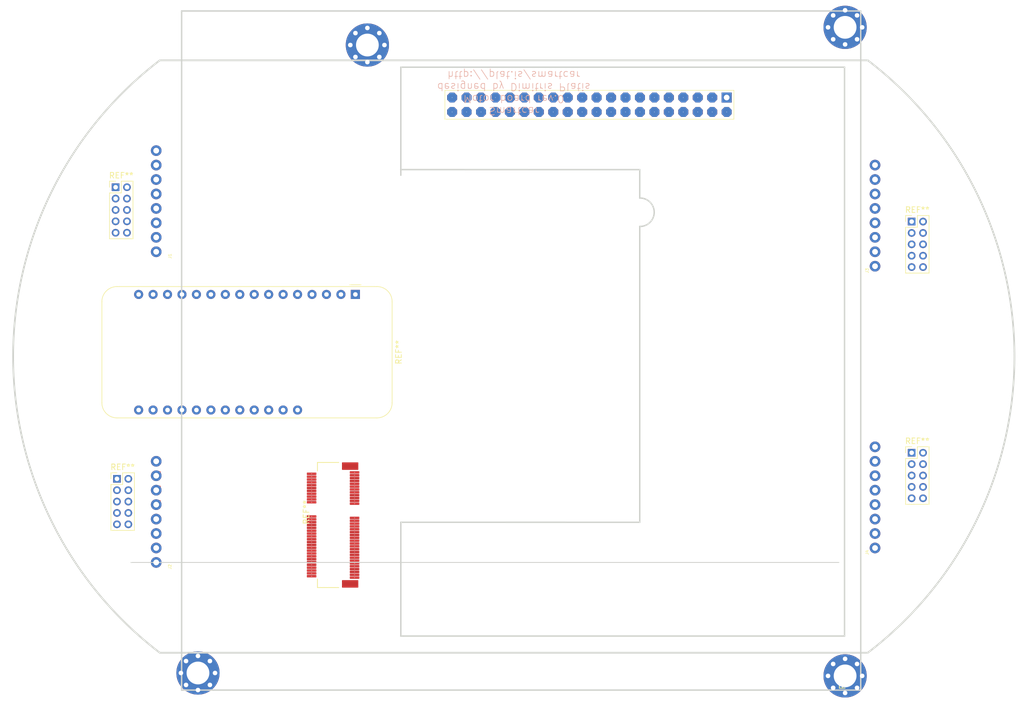
<source format=kicad_pcb>
(kicad_pcb (version 20211014) (generator pcbnew)
  (layers (0 "F.Cu" signal) (31 "B.Cu" signal) (34 "B.Paste" user) (35 "F.Paste" user) (36 "B.SilkS" user "B.Silkscreen") (37 "F.SilkS" user "F.Silkscreen") (38 "B.Mask" user) (39 "F.Mask" user) (44 "Edge.Cuts" user))
  (net 0 "")
  (net 1 "MOTOR_L_EN")
  (net 2 "MOTOR_L_IN1")
  (net 3 "GND")
  (net 4 "MOTOR_L_IN2")
  (net 5 "MOTOR_VCC")
  (net 6 "MOTOR_R_IN1")
  (net 7 "MOTOR_R_IN2")
  (net 8 "EN_L_1")
  (net 9 "EN_L_2")
  (net 10 "VCC")
  (net 11 "EN_R_2")
  (net 12 "EN_R_1")
  (net 13 "MOTOR_R_EN")
  (net 14 "BAT_GND")
  (footprint "Battery:PinHeader_2x05_P2.00mm_Vertical" (layer "F.Cu") (at 78.74 126.5)
    (fp_text reference "REF**")
    (fp_text value "PinHeader_2x05_P2.00mm_Vertical")
  )
  (footprint "Battery:1X08_NO_SILK" (layer "F.Cu") (at 212.0011 138.6586 90)
    (fp_text reference "J4")
    (fp_text value "")
  )
  (footprint "Battery:Adafruit_Feather" (layer "F.Cu") (at 120.65 94.0875 -90)
    (fp_text reference "REF**")
    (fp_text value "Adafruit_Feather")
  )
  (footprint "Battery:NANO-ITX_120X120" (layer "F.Cu") (at 209.486 163.641 90)
    (fp_text reference "REF**")
    (fp_text value "std:4ce506b582444e2088a29f0cde42e51f")
    (fp_line (start 0 -119.38) (end 0 0) (layer "Edge.Cuts") (width 0.254))
    (fp_line (start 119.38 0) (end 119.38 -119.38) (layer "Edge.Cuts") (width 0.254))
    (fp_line (start 119.38 -119.38) (end 0 -119.38) (layer "Edge.Cuts") (width 0.254))
    (fp_line (start 0 0) (end 119.38 0) (layer "Edge.Cuts") (width 0.254))
  )
  (footprint "Battery:1X08_NO_SILK" (layer "F.Cu") (at 212.0011 89.1286 90)
    (fp_text reference "J3")
    (fp_text value "")
  )
  (footprint "Battery:M.2-CONNECTOR-E" (layer "F.Cu") (at 115.23 134.62 90)
    (fp_text reference "REF**")
    (fp_text value "std:d426765b33e74dc0ba0e76ded611c735")
  )
  (footprint "Battery:cf6b2664-2037-41b6-b158-7ee893610716" (layer "F.Cu") (at 190.74 146.84)
    (fp_text reference "")
    (fp_text value "")
    (fp_line (start -20.1 -64.7) (end -20.1 -12.7) (layer "Edge.Cuts") (width 0.254))
    (fp_line (start -62.1 -12.7) (end -20.1 -12.692) (layer "Edge.Cuts") (width 0.254))
    (fp_line (start -62.1 7.3) (end 15.9 7.3) (layer "Edge.Cuts") (width 0.254))
    (fp_line (start -62.1 -92.7) (end -62.1 -73.708) (layer "Edge.Cuts") (width 0.254))
    (fp_line (start 15.9 -92.7) (end 15.9 7.3) (layer "Edge.Cuts") (width 0.254))
    (fp_line (start -62.1 -92.7) (end 15.9 -92.7) (layer "Edge.Cuts") (width 0.254))
    (fp_line (start -20.102 -69.699) (end -20.102 -74.692) (layer "Edge.Cuts") (width 0.254))
    (fp_line (start -62.1 -74.7) (end -20.1 -74.692) (layer "Edge.Cuts") (width 0.254))
    (fp_line (start -62.1 -12.7) (end -62.1 7.3) (layer "Edge.Cuts") (width 0.254))
    (fp_arc (start -20.102 -69.699) (mid -17.556595 -67.199638) (end -20.100724 -64.698977) (layer "Edge.Cuts") (width 0.254))
  )
  (footprint "Battery:1X08_NO_SILK" (layer "F.Cu") (at 85.6361 86.5886 90)
    (fp_text reference "J1")
    (fp_text value "")
  )
  (footprint "Battery:PinHeader_2x05_P2.00mm_Vertical" (layer "F.Cu") (at 78.5 75.24)
    (fp_text reference "REF**")
    (fp_text value "PinHeader_2x05_P2.00mm_Vertical")
  )
  (footprint "Battery:1X08_NO_SILK" (layer "F.Cu") (at 85.6361 141.1986 90)
    (fp_text reference "J2")
    (fp_text value "")
  )
  (footprint "Battery:PinHeader_2x05_P2.00mm_Vertical" (layer "F.Cu") (at 218.44 81.28)
    (fp_text reference "REF**")
    (fp_text value "PinHeader_2x05_P2.00mm_Vertical")
  )
  (footprint "Battery:PinHeader_2x05_P2.00mm_Vertical" (layer "F.Cu") (at 218.44 121.92)
    (fp_text reference "REF**")
    (fp_text value "PinHeader_2x05_P2.00mm_Vertical")
  )
  (gr_arc (start 86.2711 157.0736) (mid 60.488129 105.0036) (end 86.2711 52.9336) (layer "Edge.Cuts") (width 0.3048))
  (gr_line (start 205.6511 141.1986) (end 81.1911 141.1986) (layer "Edge.Cuts") (width 0.1524))
  (gr_line (start 210.7311 157.0736) (end 86.2711 157.0736) (layer "Edge.Cuts") (width 0.3048))
  (gr_line (start 86.2711 52.9336) (end 210.7311 52.9336) (layer "Edge.Cuts") (width 0.3048))
  (gr_arc (start 210.731099 52.933599) (mid 236.514071 105.003599) (end 210.7311 157.0736) (layer "Edge.Cuts") (width 0.3048))
  (gr_text "Smartcar\nMotor board rev.0\ndesigned by Dimitris Platis\nhttp://plat.is/smartcar" (at 148.5011 58.6486 -180) (layer "B.SilkS") (effects (font (size 1.308608 1.308608) (thickness 0.113792)) (justify mirror)))
  (segment (start 85.6361 131.0386) (end 86.2711 130.4036) (width 0.3048) (layer "F.Cu") (net 4))
  (segment (start 85.6361 125.9586) (end 86.2711 125.3236) (width 0.3048) (layer "F.Cu") (net 8))
  (segment (start 85.6361 128.4986) (end 86.2711 127.8636) (width 0.3048) (layer "F.Cu") (net 9))
)
</source>
